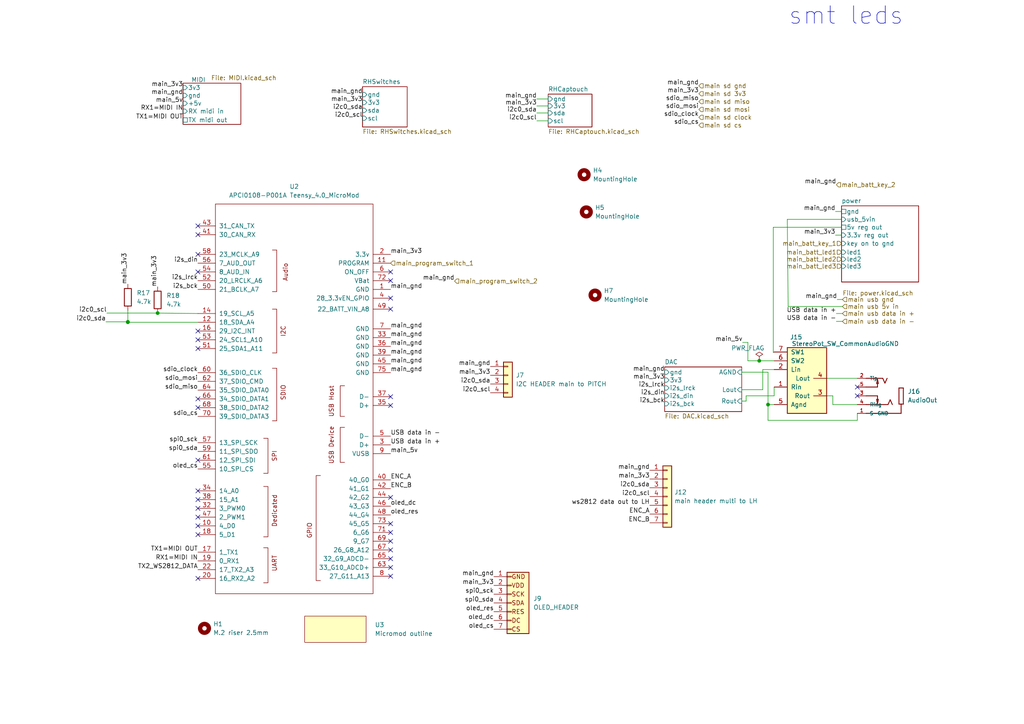
<source format=kicad_sch>
(kicad_sch (version 20211123) (generator eeschema)
  (paper "A4")
  (lib_symbols
    (symbol "Connector_Generic:Conn_01x04" (pin_names (offset 1.016) hide)
      (property "Reference" "J" (at 0 5.08 0))
      (property "Value" "Conn_01x04" (at 0 -7.62 0))
      (symbol "Conn_01x04_1_1"
        (rectangle (start -1.27 -4.953) (end 0 -5.207) (stroke (width 0.1524)))
        (rectangle (start -1.27 -2.413) (end 0 -2.667) (stroke (width 0.1524)))
        (rectangle (start -1.27 0.127) (end 0 -0.127) (stroke (width 0.1524)))
        (rectangle (start -1.27 2.667) (end 0 2.413) (stroke (width 0.1524)))
        (rectangle (start -1.27 3.81) (end 1.27 -6.35) (stroke (width 0.254)) (fill (type background)))
        (pin passive line (at -5.08 2.54 0) (length 3.81) (name "Pin_1") (number "1"))
        (pin passive line (at -5.08 0 0) (length 3.81) (name "Pin_2") (number "2"))
        (pin passive line (at -5.08 -2.54 0) (length 3.81) (name "Pin_3") (number "3"))
        (pin passive line (at -5.08 -5.08 0) (length 3.81) (name "Pin_4") (number "4"))
      )
    )
    (symbol "Connector_Generic:Conn_01x07" (pin_names (offset 1.016) hide)
      (property "Reference" "J" (at 0 10.16 0))
      (property "Value" "Conn_01x07" (at 0 -10.16 0))
      (symbol "Conn_01x07_1_1"
        (rectangle (start -1.27 -7.493) (end 0 -7.747) (stroke (width 0.1524)))
        (rectangle (start -1.27 -4.953) (end 0 -5.207) (stroke (width 0.1524)))
        (rectangle (start -1.27 -2.413) (end 0 -2.667) (stroke (width 0.1524)))
        (rectangle (start -1.27 0.127) (end 0 -0.127) (stroke (width 0.1524)))
        (rectangle (start -1.27 2.667) (end 0 2.413) (stroke (width 0.1524)))
        (rectangle (start -1.27 5.207) (end 0 4.953) (stroke (width 0.1524)))
        (rectangle (start -1.27 7.747) (end 0 7.493) (stroke (width 0.1524)))
        (rectangle (start -1.27 8.89) (end 1.27 -8.89) (stroke (width 0.254)) (fill (type background)))
        (pin passive line (at -5.08 7.62 0) (length 3.81) (name "Pin_1") (number "1"))
        (pin passive line (at -5.08 5.08 0) (length 3.81) (name "Pin_2") (number "2"))
        (pin passive line (at -5.08 2.54 0) (length 3.81) (name "Pin_3") (number "3"))
        (pin passive line (at -5.08 0 0) (length 3.81) (name "Pin_4") (number "4"))
        (pin passive line (at -5.08 -2.54 0) (length 3.81) (name "Pin_5") (number "5"))
        (pin passive line (at -5.08 -5.08 0) (length 3.81) (name "Pin_6") (number "6"))
        (pin passive line (at -5.08 -7.62 0) (length 3.81) (name "Pin_7") (number "7"))
      )
    )
    (symbol "Device:R" (pin_numbers hide) (pin_names (offset 0))
      (property "Reference" "R" (at 2.032 0 90))
      (property "Value" "R" (at 0 0 90))
      (symbol "R_0_1"
        (rectangle (start -1.016 -2.54) (end 1.016 2.54) (stroke (width 0.254)))
      )
      (symbol "R_1_1"
        (pin passive line (at 0 3.81 270) (length 1.27) (name "~") (number "1"))
        (pin passive line (at 0 -3.81 90) (length 1.27) (name "~") (number "2"))
      )
    )
    (symbol "LED:WS2812B" (pin_names (offset 0.254))
      (property "Reference" "D" (at 5.08 5.715 0))
      (property "Value" "WS2812B" (at 1.27 -5.715 0))
      (symbol "WS2812B_0_0"
        (text "RGB" (at 2.286 -4.191 0) (effects (font (size 0.762 0.762))))
      )
      (symbol "WS2812B_0_1"
        (polyline (pts (xy 1.27 -3.556) (xy 1.778 -3.556)))
        (polyline (pts (xy 1.27 -2.54) (xy 1.778 -2.54)))
        (polyline (pts (xy 4.699 -3.556) (xy 2.667 -3.556)))
        (polyline (pts (xy 2.286 -2.54) (xy 1.27 -3.556) (xy 1.27 -3.048)))
        (polyline (pts (xy 2.286 -1.524) (xy 1.27 -2.54) (xy 1.27 -2.032)))
        (polyline (pts (xy 3.683 -1.016) (xy 3.683 -3.556) (xy 3.683 -4.064)))
        (polyline (pts (xy 4.699 -1.524) (xy 2.667 -1.524) (xy 3.683 -3.556) (xy 4.699 -1.524)))
        (rectangle (start 5.08 5.08) (end -5.08 -5.08) (stroke (width 0.254)) (fill (type background)))
      )
      (symbol "WS2812B_1_1"
        (pin power_in line (at 0 7.62 270) (length 2.54) (name "VDD") (number "1"))
        (pin output line (at 7.62 0 180) (length 2.54) (name "DOUT") (number "2"))
        (pin power_in line (at 0 -7.62 90) (length 2.54) (name "VSS") (number "3"))
        (pin input line (at -7.62 0 0) (length 2.54) (name "DIN") (number "4"))
      )
    )
    (symbol "Mechanical:MountingHole" (pin_names (offset 1.016))
      (property "Reference" "H" (at 0 5.08 0))
      (property "Value" "MountingHole" (at 0 3.175 0))
      (symbol "MountingHole_0_1"
        (circle (center 0 0) (radius 1.27) (stroke (width 1.27)))
      )
    )
    (symbol "clarinoid2:Placeholder" (in_bom no)
      (property "Reference" "U" (at 0 0 0))
      (property "Value" "Placeholder" (at 0 -1.27 0))
      (symbol "Placeholder_0_1"
        (rectangle (start -8.89 2.54) (end 8.89 -5.08) (fill (type background)))
      )
    )
    (symbol "clarinoid2:SSD1306" (pin_names (offset 1.016) hide)
      (property "Reference" "J" (at 0 10.16 0))
      (property "Value" "SSD1306" (at 0 -10.16 0))
      (symbol "SSD1306_0_0"
        (text "CS" (at 0 -7.62 0) (effects (font (size 1.27 1.27)) (justify left)))
        (text "DC" (at 0 -5.08 0) (effects (font (size 1.27 1.27)) (justify left)))
        (text "GND" (at 0 7.62 0) (effects (font (size 1.27 1.27)) (justify left)))
        (text "RES" (at 0 -2.54 0) (effects (font (size 1.27 1.27)) (justify left)))
        (text "SCK" (at 0 2.54 0) (effects (font (size 1.27 1.27)) (justify left)))
        (text "SDA" (at 0 0 0) (effects (font (size 1.27 1.27)) (justify left)))
        (text "VDD" (at 0 5.08 0) (effects (font (size 1.27 1.27)) (justify left)))
      )
      (symbol "SSD1306_1_1"
        (rectangle (start -1.27 -7.493) (end 0 -7.747) (stroke (width 0.1524)))
        (rectangle (start -1.27 -4.953) (end 0 -5.207) (stroke (width 0.1524)))
        (rectangle (start -1.27 -2.413) (end 0 -2.667) (stroke (width 0.1524)))
        (rectangle (start -1.27 0.127) (end 0 -0.127) (stroke (width 0.1524)))
        (rectangle (start -1.27 2.667) (end 0 2.413) (stroke (width 0.1524)))
        (rectangle (start -1.27 5.207) (end 0 4.953) (stroke (width 0.1524)))
        (rectangle (start -1.27 7.747) (end 0 7.493) (stroke (width 0.1524)))
        (rectangle (start -1.27 8.89) (end 5.08 -8.89) (stroke (width 0.254)) (fill (type background)))
        (pin passive line (at -5.08 7.62 0) (length 3.81) (name "GND") (number "1"))
        (pin passive line (at -5.08 5.08 0) (length 3.81) (name "VDD") (number "2"))
        (pin passive line (at -5.08 2.54 0) (length 3.81) (name "SCK") (number "3"))
        (pin passive line (at -5.08 0 0) (length 3.81) (name "SDA") (number "4"))
        (pin passive line (at -5.08 -2.54 0) (length 3.81) (name "RES") (number "5"))
        (pin passive line (at -5.08 -5.08 0) (length 3.81) (name "DC") (number "6"))
        (pin passive line (at -5.08 -7.62 0) (length 3.81) (name "CS") (number "7"))
      )
    )
    (symbol "clarinoid2:StereoPot_SW_CommonAudioGND" (pin_names (offset 1.016))
      (property "Reference" "J" (at 0 10.16 0))
      (property "Value" "StereoPot_SW_CommonAudioGND" (at 2.54 -11.43 0))
      (symbol "StereoPot_SW_CommonAudioGND_1_1"
        (rectangle (start -1.27 8.89) (end 10.16 -10.16) (stroke (width 0.254)) (fill (type background)))
        (pin passive line (at -5.08 -2.54 0) (length 3.81) (name "Rin") (number "1"))
        (pin input line (at -5.08 2.54 0) (length 3.81) (name "Lin") (number "2"))
        (pin input line (at 10.16 -5.08 180) (length 3.81) (name "Rout") (number "3"))
        (pin output line (at 10.16 0 180) (length 3.81) (name "Lout") (number "4"))
        (pin output line (at -5.08 -7.62 0) (length 3.81) (name "Agnd") (number "5"))
        (pin passive line (at -5.08 5.08 0) (length 3.81) (name "SW2") (number "6"))
        (pin passive line (at -5.08 7.62 0) (length 3.81) (name "SW1") (number "7"))
      )
    )
    (symbol "clarinoid2:Switchcraft 35RAPC4BV4" (pin_names (offset 1.016))
      (property "Reference" "J" (at -5.08 7.62 0))
      (property "Value" "Switchcraft 35RAPC4BV4" (at -5.08 -7.62 0))
      (symbol "Switchcraft 35RAPC4BV4_0_0"
        (polyline (pts (xy -5.715 -2.286) (xy -5.715 2.413)) (stroke (width 0.254)))
        (polyline (pts (xy -5.715 2.413) (xy -5.08 2.413)) (stroke (width 0.254)))
        (polyline (pts (xy -5.08 2.413) (xy -4.445 2.413)) (stroke (width 0.254)))
        (polyline (pts (xy -5.08 5.08) (xy -5.08 2.413)) (stroke (width 0.254)))
        (polyline (pts (xy -4.445 -2.286) (xy -5.715 -2.286)) (stroke (width 0.254)))
        (polyline (pts (xy -4.445 2.413) (xy -4.445 -2.286)) (stroke (width 0.254)))
        (polyline (pts (xy -1.905 1.143) (xy -2.54 2.54)) (stroke (width 0.254)))
        (polyline (pts (xy -1.27 2.54) (xy -1.905 1.143)) (stroke (width 0.254)))
        (polyline (pts (xy -0.381 -3.683) (xy -1.016 -5.08)) (stroke (width 0.254)))
        (polyline (pts (xy 0.254 -5.08) (xy -0.381 -3.683)) (stroke (width 0.254)))
        (polyline (pts (xy 1.778 -2.54) (xy 1.778 -4.318)) (stroke (width 0.254)))
        (polyline (pts (xy 1.778 -2.54) (xy 5.08 -2.54)) (stroke (width 0.254)))
        (polyline (pts (xy 1.778 0) (xy 1.778 1.778)) (stroke (width 0.254)))
        (polyline (pts (xy 1.778 0) (xy 5.08 0)) (stroke (width 0.254)))
        (polyline (pts (xy 5.08 -5.08) (xy 0.254 -5.08)) (stroke (width 0.254)))
        (polyline (pts (xy 5.08 2.54) (xy -1.27 2.54)) (stroke (width 0.254)))
        (polyline (pts (xy 5.08 5.08) (xy -5.08 5.08)) (stroke (width 0.254)))
        (polyline (pts (xy 1.778 -4.826) (xy 1.524 -3.556) (xy 2.032 -3.556) (xy 1.778 -4.826)) (stroke (width 0.254)) (fill (type background)))
        (polyline (pts (xy 1.778 2.286) (xy 1.524 1.016) (xy 2.032 1.016) (xy 1.778 2.286)) (stroke (width 0.254)) (fill (type background)))
        (pin passive line (at 7.62 5.08 180) (length 2.54) (name "S-GND") (number "1"))
        (pin passive line (at 7.62 -5.08 180) (length 2.54) (name "Tip") (number "2"))
        (pin passive line (at 7.62 0 180) (length 2.54) (name "~") (number "3"))
        (pin passive line (at 7.62 2.54 180) (length 2.54) (name "Ring") (number "4"))
        (pin passive line (at 7.62 -2.54 180) (length 2.54) (name "~") (number "5"))
      )
    )
    (symbol "clarinoid2:Teensy_4.0_MicroMod" (pin_names (offset 1.016))
      (property "Reference" "U" (at 10.795 33.02 0))
      (property "Value" "Teensy_4.0_MicroMod" (at 11.43 29.21 0))
      (symbol "Teensy_4.0_MicroMod_0_0"
        (rectangle (start -22.86 37.465) (end 22.86 -75.565))
        (polyline (pts (xy -8.89 -62.23) (xy -7.62 -62.23) (xy -7.62 -72.39) (xy -8.89 -72.39)))
        (polyline (pts (xy -8.89 -44.45) (xy -7.62 -44.45) (xy -7.62 -59.055) (xy -8.89 -59.055)))
        (polyline (pts (xy -8.89 -30.48) (xy -7.62 -30.48) (xy -7.62 -40.64) (xy -8.89 -40.64)))
        (polyline (pts (xy -6.35 -10.16) (xy -5.08 -10.16) (xy -5.08 -25.4) (xy -6.35 -25.4)))
        (polyline (pts (xy -6.35 6.985) (xy -5.08 6.985) (xy -5.08 -5.715) (xy -6.35 -5.715)))
        (polyline (pts (xy -6.35 12.065) (xy -5.08 12.065) (xy -5.08 24.13) (xy -6.35 24.13)))
        (polyline (pts (xy 7.62 -41.275) (xy 6.35 -41.275) (xy 6.35 -71.755) (xy 7.62 -71.755)))
        (text "Audio" (at -2.54 17.78 900) (effects (font (size 1.27 1.27))))
        (text "Dedicated" (at -5.715 -51.435 900) (effects (font (size 1.27 1.27))))
        (text "GPIO" (at 4.445 -57.15 900) (effects (font (size 1.27 1.27))))
        (text "I2C" (at -3.175 0.635 900) (effects (font (size 1.27 1.27))))
        (text "SDIO" (at -3.175 -17.145 900) (effects (font (size 1.27 1.27))))
        (text "SPI" (at -5.715 -35.56 900) (effects (font (size 1.27 1.27))))
        (text "UART" (at -5.715 -66.675 900) (effects (font (size 1.27 1.27))))
        (text "USB Device" (at 10.795 -32.385 900) (effects (font (size 1.27 1.27))))
        (text "USB Host" (at 10.795 -19.685 900) (effects (font (size 1.27 1.27))))
        (pin input line (at 27.94 20.32 180) (length 5.08) (name "PROGRAM") (number "11"))
        (pin bidirectional line (at 27.94 -32.385 180) (length 5.08) (name "D+") (number "3"))
        (pin power_in line (at 27.94 -1.27 180) (length 5.08) (name "GND") (number "33"))
        (pin bidirectional line (at 27.94 -20.955 180) (length 5.08) (name "D+") (number "35"))
        (pin power_in line (at 27.94 -3.81 180) (length 5.08) (name "GND") (number "36"))
        (pin bidirectional line (at 27.94 -18.415 180) (length 5.08) (name "D-") (number "37"))
        (pin power_in line (at 27.94 -6.35 180) (length 5.08) (name "GND") (number "39"))
        (pin power_in line (at 27.94 -8.89 180) (length 5.08) (name "GND") (number "45"))
        (pin bidirectional line (at 27.94 -29.845 180) (length 5.08) (name "D-") (number "5"))
        (pin input line (at 27.94 17.78 180) (length 5.08) (name "ON_OFF") (number "6"))
        (pin power_in line (at 27.94 1.27 180) (length 5.08) (name "GND") (number "7"))
        (pin input line (at 27.94 15.24 180) (length 5.08) (name "VBat") (number "72"))
        (pin power_in line (at 27.94 -11.43 180) (length 5.08) (name "GND") (number "75"))
        (pin power_in line (at 27.94 -34.925 180) (length 5.08) (name "VUSB") (number "9"))
      )
      (symbol "Teensy_4.0_MicroMod_0_1"
        (polyline (pts (xy 14.605 -27.305) (xy 13.335 -27.305) (xy 13.335 -37.465) (xy 14.605 -37.465)))
        (polyline (pts (xy 14.605 -15.24) (xy 13.335 -15.24) (xy 13.335 -24.13) (xy 14.605 -24.13)))
      )
      (symbol "Teensy_4.0_MicroMod_1_1"
        (pin input line (at 27.94 12.7 180) (length 5.08) (name "GND") (number "1"))
        (pin input line (at -27.94 -55.88 0) (length 5.08) (name "4_D0") (number "10"))
        (pin input line (at -27.94 3.175 0) (length 5.08) (name "18_SDA_A4") (number "12"))
        (pin input line (at -27.94 5.715 0) (length 5.08) (name "19_SCL_A5") (number "14"))
        (pin input line (at -27.94 0.635 0) (length 5.08) (name "29_I2C_INT") (number "16"))
        (pin output line (at -27.94 -63.5 0) (length 5.08) (name "1_TX1") (number "17"))
        (pin input line (at -27.94 -58.42 0) (length 5.08) (name "5_D1") (number "18"))
        (pin input line (at -27.94 -66.04 0) (length 5.08) (name "0_RX1") (number "19"))
        (pin input line (at 27.94 22.86 180) (length 5.08) (name "3.3v") (number "2"))
        (pin input line (at -27.94 -71.12 0) (length 5.08) (name "16_RX2_A2") (number "20"))
        (pin output line (at -27.94 -68.58 0) (length 5.08) (name "17_TX2_A3") (number "22"))
        (pin input line (at -27.94 -50.8 0) (length 5.08) (name "3_PWM0") (number "32"))
        (pin input line (at -27.94 -45.72 0) (length 5.08) (name "14_A0") (number "34"))
        (pin input line (at -27.94 -48.26 0) (length 5.08) (name "15_A1") (number "38"))
        (pin input line (at 27.94 10.16 180) (length 5.08) (name "28_3.3vEN_GPIO") (number "4"))
        (pin input line (at 27.94 -42.545 180) (length 5.08) (name "40_G0") (number "40"))
        (pin input line (at -27.94 28.575 0) (length 5.08) (name "30_CAN_RX") (number "41"))
        (pin input line (at 27.94 -45.085 180) (length 5.08) (name "41_G1") (number "42"))
        (pin input line (at -27.94 31.115 0) (length 5.08) (name "31_CAN_TX") (number "43"))
        (pin input line (at 27.94 -47.625 180) (length 5.08) (name "42_G2") (number "44"))
        (pin input line (at 27.94 -50.165 180) (length 5.08) (name "43_G3") (number "46"))
        (pin input line (at -27.94 -53.34 0) (length 5.08) (name "2_PWM1") (number "47"))
        (pin input line (at 27.94 -52.705 180) (length 5.08) (name "44_G4") (number "48"))
        (pin input line (at 27.94 6.985 180) (length 5.08) (name "22_BATT_VIN_A8") (number "49"))
        (pin input line (at -27.94 12.7 0) (length 5.08) (name "21_BCLK_A7") (number "50"))
        (pin input line (at -27.94 -4.445 0) (length 5.08) (name "25_SDA1_A11") (number "51"))
        (pin input line (at -27.94 15.24 0) (length 5.08) (name "20_LRCLK_A6") (number "52"))
        (pin input line (at -27.94 -1.905 0) (length 5.08) (name "24_SCL1_A10") (number "53"))
        (pin input line (at -27.94 17.78 0) (length 5.08) (name "8_AUD_IN") (number "54"))
        (pin input line (at -27.94 -39.37 0) (length 5.08) (name "10_SPI_CS") (number "55"))
        (pin input line (at -27.94 20.32 0) (length 5.08) (name "7_AUD_OUT") (number "56"))
        (pin input line (at -27.94 -31.75 0) (length 5.08) (name "13_SPI_SCK") (number "57"))
        (pin input line (at -27.94 22.86 0) (length 5.08) (name "23_MCLK_A9") (number "58"))
        (pin input line (at -27.94 -34.29 0) (length 5.08) (name "11_SPI_SDO") (number "59"))
        (pin input line (at -27.94 -11.43 0) (length 5.08) (name "36_SDIO_CLK") (number "60"))
        (pin input line (at -27.94 -36.83 0) (length 5.08) (name "12_SPI_SDI") (number "61"))
        (pin input line (at -27.94 -13.97 0) (length 5.08) (name "37_SDIO_CMD") (number "62"))
        (pin input line (at 27.94 -67.945 180) (length 5.08) (name "33_G10_ADCD+") (number "63"))
        (pin input line (at -27.94 -16.51 0) (length 5.08) (name "35_SDIO_DATA0") (number "64"))
        (pin input line (at 27.94 -65.405 180) (length 5.08) (name "32_G9_ADCD-") (number "65"))
        (pin input line (at -27.94 -19.05 0) (length 5.08) (name "34_SDIO_DATA1") (number "66"))
        (pin input line (at 27.94 -62.865 180) (length 5.08) (name "26_G8_A12") (number "67"))
        (pin input line (at -27.94 -21.59 0) (length 5.08) (name "38_SDIO_DATA2") (number "68"))
        (pin input line (at 27.94 -60.325 180) (length 5.08) (name "9_G7") (number "69"))
        (pin input line (at -27.94 -24.13 0) (length 5.08) (name "39_SDIO_DATA3") (number "70"))
        (pin input line (at 27.94 -57.785 180) (length 5.08) (name "6_G6") (number "71"))
        (pin input line (at 27.94 -55.245 180) (length 5.08) (name "45_G5") (number "73"))
        (pin input line (at 27.94 -70.485 180) (length 5.08) (name "27_G11_A13") (number "8"))
      )
    )
    (symbol "power:PWR_FLAG" (power) (pin_numbers hide) (pin_names (offset 0) hide)
      (property "Value" "PWR_FLAG" (at 0 3.81 0))
      (symbol "PWR_FLAG_0_0"
        (pin power_out line (at 0 0 90) (length 0) (name "pwr") (number "1"))
      )
      (symbol "PWR_FLAG_0_1"
        (polyline (pts (xy 0 0) (xy 0 1.27) (xy -1.016 1.905) (xy 0 2.54) (xy 1.016 1.905) (xy 0 1.27)))
      )
    )
  )
  (junction (at 45.72 90.805))
  (junction (at 69.596 239.014))
  (junction (at 220.218 104.648))
  (junction (at 222.758 117.348))
  (junction (at 69.596 223.774))
  (junction (at 37.084 93.472))
  (junction (at 37.084 93.345))
  (no_connect (at 57.404 167.767))
  (no_connect (at 113.284 86.487))
  (no_connect (at 113.284 117.602))
  (no_connect (at 57.404 96.012))
  (no_connect (at 248.666 114.808))
  (no_connect (at 248.666 112.268))
  (no_connect (at 113.284 81.407))
  (no_connect (at 113.284 115.062))
  (no_connect (at 57.404 73.787))
  (no_connect (at 113.284 144.272))
  (no_connect (at 57.404 118.237))
  (no_connect (at 57.404 68.072))
  (no_connect (at 57.404 101.092))
  (no_connect (at 57.404 98.552))
  (no_connect (at 113.284 89.662))
  (no_connect (at 113.284 78.867))
  (no_connect (at 57.404 78.867))
  (no_connect (at 57.404 65.532))
  (no_connect (at 113.284 167.132))
  (no_connect (at 57.404 142.367))
  (no_connect (at 57.404 155.067))
  (no_connect (at 57.404 147.447))
  (no_connect (at 57.404 149.987))
  (no_connect (at 57.404 144.907))
  (no_connect (at 57.404 152.527))
  (no_connect (at 113.284 151.892))
  (no_connect (at 113.284 164.592))
  (no_connect (at 113.284 162.052))
  (no_connect (at 113.284 154.432))
  (no_connect (at 113.284 159.512))
  (no_connect (at 113.284 156.972))
  (no_connect (at 57.404 115.697))
  (no_connect (at 57.404 133.477))
  (wire (pts (xy 216.408 114.808) (xy 216.408 116.332)))
  (wire (pts (xy 239.776 109.728) (xy 248.666 109.728)))
  (wire (pts (xy 155.702 28.702) (xy 159.004 28.702)))
  (wire (pts (xy 224.536 117.348) (xy 222.758 117.348)))
  (wire (pts (xy 242.316 61.341) (xy 244.094 61.341)))
  (wire (pts (xy 224.282 102.235) (xy 224.536 102.108)))
  (wire (pts (xy 45.72 90.805) (xy 57.404 90.932)))
  (wire (pts (xy 215.138 113.03) (xy 221.234 113.03)))
  (wire (pts (xy 220.218 104.648) (xy 216.916 104.648)))
  (wire (pts (xy 242.57 93.218) (xy 244.348 93.218)))
  (wire (pts (xy 43.18 231.394) (xy 46.736 231.394)))
  (wire (pts (xy 216.916 99.314) (xy 215.392 99.314)))
  (wire (pts (xy 248.666 121.92) (xy 248.666 119.888)))
  (wire (pts (xy 37.084 93.472) (xy 37.084 93.345)))
  (wire (pts (xy 221.234 107.188) (xy 224.536 107.188)))
  (wire (pts (xy 155.702 30.734) (xy 159.004 30.734)))
  (wire (pts (xy 30.734 93.345) (xy 37.084 93.345)))
  (wire (pts (xy 220.218 104.648) (xy 224.536 104.648)))
  (wire (pts (xy 155.702 35.052) (xy 159.004 35.052)))
  (wire (pts (xy 222.758 107.95) (xy 222.758 117.348)))
  (wire (pts (xy 248.666 117.348) (xy 241.554 117.348)))
  (wire (pts (xy 224.536 112.268) (xy 224.536 114.808)))
  (wire (pts (xy 54.356 223.774) (xy 69.596 223.774)))
  (wire (pts (xy 215.138 107.95) (xy 222.758 107.95)))
  (wire (pts (xy 224.282 65.913) (xy 224.282 102.235)))
  (wire (pts (xy 69.596 223.774) (xy 84.836 223.774)))
  (wire (pts (xy 57.404 93.472) (xy 37.084 93.472)))
  (wire (pts (xy 37.084 90.043) (xy 37.084 93.345)))
  (wire (pts (xy 222.758 121.92) (xy 248.666 121.92)))
  (wire (pts (xy 216.916 104.648) (xy 216.916 99.314)))
  (wire (pts (xy 54.356 239.014) (xy 69.596 239.014)))
  (wire (pts (xy 222.758 117.348) (xy 222.758 121.92)))
  (wire (pts (xy 242.824 86.868) (xy 244.348 86.868)))
  (wire (pts (xy 69.596 239.014) (xy 84.836 239.014)))
  (wire (pts (xy 228.346 63.627) (xy 228.6 88.9)))
  (wire (pts (xy 241.554 117.348) (xy 241.554 114.808)))
  (wire (pts (xy 224.536 114.808) (xy 216.408 114.808)))
  (wire (pts (xy 216.408 116.332) (xy 215.138 116.332)))
  (wire (pts (xy 221.234 113.03) (xy 221.234 107.188)))
  (wire (pts (xy 242.316 68.199) (xy 244.094 68.199)))
  (wire (pts (xy 155.702 32.766) (xy 159.004 32.766)))
  (wire (pts (xy 241.554 114.808) (xy 239.776 114.808)))
  (wire (pts (xy 244.094 65.913) (xy 224.282 65.913)))
  (wire (pts (xy 228.6 88.9) (xy 244.348 88.9)))
  (wire (pts (xy 244.094 63.627) (xy 228.346 63.627)))
  (wire (pts (xy 30.988 90.805) (xy 45.72 90.805)))
  (wire (pts (xy 242.57 90.932) (xy 244.348 90.932)))
  (text "smt leds" (at 228.6 7.62 0) (effects (font (size 5.08 5.08)) (justify left bottom)))
  (label "i2c0_sda" (at 30.734 93.345 180))
  (label "spi0_sda" (at 57.404 130.937 180))
  (label "main_gnd" (at 113.284 108.077 0))
  (label "i2s_din" (at 192.786 114.808 180))
  (label "main_gnd" (at 53.086 27.686 180))
  (label "spi0_sck" (at 57.404 128.397 180))
  (label "main_gnd" (at 113.284 95.377 0))
  (label "RX1=MIDI IN" (at 53.086 32.258 180))
  (label "TX1=MIDI OUT" (at 53.086 34.798 180))
  (label "i2c0_sda" (at 142.24 111.379 180))
  (label "main_gnd" (at 142.24 106.299 180))
  (label "sdio_clock" (at 57.404 108.077 180))
  (label "main_gnd" (at 113.284 102.997 0))
  (label "i2c0_scl" (at 188.468 144.018 180))
  (label "oled_dc" (at 143.256 179.959 180))
  (label "sdio_cs" (at 202.692 36.322 180))
  (label "main_3v3" (at 143.256 169.799 180))
  (label "i2c0_scl" (at 155.702 35.052 180))
  (label "main_gnd" (at 202.692 24.892 180))
  (label "oled_cs" (at 143.256 182.499 180))
  (label "ws2812 data out to LH" (at 188.468 146.558 180))
  (label "i2s_bck" (at 192.786 117.094 180))
  (label "USB data in -" (at 113.284 126.492 0))
  (label "main_3v3" (at 242.316 68.199 180))
  (label "main_3v3" (at 113.284 73.787 0))
  (label "main_3v3" (at 45.72 83.185 90))
  (label "TX1=MIDI OUT" (at 57.404 160.147 180))
  (label "ENC_A" (at 188.468 149.098 180))
  (label "ENC_B" (at 113.284 141.732 0))
  (label "i2s_bck" (at 57.404 83.947 180))
  (label "main_3v3" (at 188.468 138.938 180))
  (label "USB data in +" (at 242.57 90.932 180))
  (label "main_gnd" (at 242.57 53.594 180))
  (label "main_gnd" (at 113.284 100.457 0))
  (label "main_3v3" (at 142.24 108.839 180))
  (label "oled_cs" (at 57.404 136.017 180))
  (label "i2s_lrck" (at 192.786 112.522 180))
  (label "main_5v" (at 215.392 99.314 180))
  (label "i2c0_scl" (at 30.988 90.805 180))
  (label "oled_dc" (at 113.284 146.812 0))
  (label "main_gnd" (at 143.256 167.259 180))
  (label "main_gnd" (at 131.826 81.534 180))
  (label "main_gnd" (at 192.786 107.95 180))
  (label "i2s_lrck" (at 57.404 81.407 180))
  (label "i2c0_scl" (at 142.24 113.919 180))
  (label "sdio_miso" (at 202.692 29.464 180))
  (label "i2c0_sda" (at 105.156 32.004 180))
  (label "main_gnd" (at 54.356 239.014 270))
  (label "main_3v3" (at 37.084 82.423 90))
  (label "main_gnd" (at 113.284 97.917 0))
  (label "ws2812 data out to LH" (at 92.456 231.394 0))
  (label "ENC_B" (at 188.468 151.638 180))
  (label "main_gnd" (at 242.824 86.868 180))
  (label "main_3v3" (at 192.786 110.236 180))
  (label "oled_res" (at 143.256 177.419 180))
  (label "main_gnd" (at 155.702 28.702 180))
  (label "sdio_mosi" (at 57.404 110.617 180))
  (label "main_gnd" (at 113.284 105.537 0))
  (label "USB data in -" (at 242.57 93.218 180))
  (label "main_3v3" (at 53.086 25.4 180))
  (label "oled_res" (at 113.284 149.352 0))
  (label "main_gnd" (at 242.316 61.341 180))
  (label "sdio_clock" (at 202.692 34.036 180))
  (label "main_3v3" (at 155.702 30.734 180))
  (label "main_gnd" (at 113.284 83.947 0))
  (label "i2c0_scl" (at 105.156 34.29 180))
  (label "main_3v3" (at 105.156 29.718 180))
  (label "RX1=MIDI IN" (at 57.404 162.687 180))
  (label "i2c0_sda" (at 155.702 32.766 180))
  (label "ENC_A" (at 113.284 139.192 0))
  (label "sdio_mosi" (at 202.692 31.75 180))
  (label "main_gnd" (at 105.156 27.432 180))
  (label "USB data in +" (at 113.284 129.032 0))
  (label "main_gnd" (at 188.468 136.398 180))
  (label "main_3v3" (at 202.692 27.178 180))
  (label "TX2_WS2812_DATA" (at 43.18 231.394 180))
  (label "sdio_miso" (at 57.404 113.157 180))
  (label "main_5v" (at 113.284 131.572 0))
  (label "TX2_WS2812_DATA" (at 57.404 165.227 180))
  (label "sdio_cs" (at 57.404 120.777 180))
  (label "main_3v3" (at 54.356 223.774 90))
  (label "main_5v" (at 53.086 29.972 180))
  (label "i2c0_sda" (at 188.468 141.478 180))
  (label "i2s_din" (at 57.404 76.327 180))
  (label "spi0_sda" (at 143.256 174.879 180))
  (label "spi0_sck" (at 143.256 172.339 180))
  (hierarchical_label "main usb data in +" (shape input) (at 244.348 90.932 0))
  (hierarchical_label "main_batt_key_2" (shape input) (at 242.57 53.594 0))
  (hierarchical_label "main_batt_led1" (shape input) (at 244.094 73.152 180))
  (hierarchical_label "main sd cs" (shape input) (at 202.692 36.322 0))
  (hierarchical_label "main usb data in -" (shape input) (at 244.348 93.218 0))
  (hierarchical_label "main sd mosi" (shape input) (at 202.692 31.75 0))
  (hierarchical_label "main_program_switch_2" (shape input) (at 131.826 81.534 0))
  (hierarchical_label "main_batt_key_1" (shape input) (at 244.094 70.612 180))
  (hierarchical_label "main sd miso" (shape input) (at 202.692 29.464 0))
  (hierarchical_label "main_program_switch_1" (shape input) (at 113.284 76.327 0))
  (hierarchical_label "main_batt_led2" (shape input) (at 244.094 75.184 180))
  (hierarchical_label "main usb 5v in" (shape input) (at 244.348 88.9 0))
  (hierarchical_label "main sd clock" (shape input) (at 202.692 34.036 0))
  (hierarchical_label "main sd gnd" (shape input) (at 202.692 24.892 0))
  (hierarchical_label "main sd 3v3" (shape input) (at 202.692 27.178 0))
  (hierarchical_label "main usb gnd" (shape input) (at 244.348 86.868 0))
  (hierarchical_label "main_batt_led3" (shape input) (at 244.094 77.216 180))
  (symbol (lib_id "Mechanical:MountingHole") (at 170.053 61.468 0) (unit 1) (in_bom no)
    (property "Reference" "H5" (at 172.593 60.1979 0) (effects (justify left)))
    (property "Value" "MountingHole" (at 172.593 62.7379 0) (effects (justify left)))
    (property "Footprint" "MountingHole:MountingHole_2.7mm_M2.5" (effects hide))
    (property "MANUFACTURER" "Wurth" (effects hide))
    (property "LCSC part number" "-" (effects hide))
    (property "verif" "1" (effects hide))
  )
  (symbol (lib_id "LED:WS2812B") (at 69.596 231.394 0) (unit 1)
    (property "Reference" "D7" (at 80.772 227.0633 0))
    (property "Value" "WS2812B" (at 80.772 229.6033 0))
    (property "Footprint" "LED_SMD:LED_WS2812B_PLCC4_5.0x5.0mm_P3.2mm" (effects hide))
    (property "Datasheet" "https://cdn-shop.adafruit.com/datasheets/WS2812B.pdf" (effects hide))
  )
  (symbol (lib_id "clarinoid2:Teensy_4.0_MicroMod") (at 85.344 96.647 0) (unit 1)
    (property "Reference" "U2" (at 85.344 54.102 0))
    (property "Value" "APCI0108-P001A Teensy_4.0_MicroMod" (at 85.344 56.642 0))
    (property "Footprint" "SamacSys_Parts:21992304" (effects hide))
    (property "LCSC part number" "C841659" (effects hide))
    (property "verif" "1" (effects hide))
  )
  (symbol (lib_id "clarinoid2:Switchcraft 35RAPC4BV4") (at 256.286 114.808 180) (unit 1) (in_bom no)
    (property "Reference" "J16" (at 263.271 113.5379 0) (effects (justify right)))
    (property "Value" "AudioOut" (at 263.271 116.0779 0) (effects (justify right)))
    (property "Footprint" "clarinoid2:SWITCHCRAFT_35RAPC4BV4" (effects hide))
    (property "STANDARD" "Manufacturer Recommendations" (effects hide))
    (property "PARTREV" "G" (effects hide))
    (property "MAXIMUM_PACKAGE_HIEGHT" "12.573mm" (effects hide))
    (property "MANUFACTURER" "Switchcraft Inc." (effects hide))
    (property "LCSC part number" "-" (effects hide))
    (property "verif" "1" (effects hide))
  )
  (symbol (lib_id "Device:R") (at 45.72 86.995 180) (unit 1)
    (property "Reference" "R18" (at 48.26 85.7249 0) (effects (justify right)))
    (property "Value" "4.7k" (at 48.26 88.2649 0) (effects (justify right)))
    (property "Footprint" "Resistor_SMD:R_0402_1005Metric" (effects hide))
    (property "LCSC part number" "C25900" (effects hide))
    (property "verif" "1" (effects hide))
  )
  (symbol (lib_id "clarinoid2:SSD1306") (at 148.336 174.879 0) (unit 1)
    (property "Reference" "J9" (at 154.686 173.6089 0) (effects (justify left)))
    (property "Value" "OLED_HEADER" (at 154.686 176.1489 0) (effects (justify left)))
    (property "Footprint" "Connector_PinHeader_2.54mm:PinHeader_1x07_P2.54mm_Vertical" (effects hide))
    (property "LCSC part number" "C358721" (effects hide))
    (property "verif" "1" (effects hide))
  )
  (symbol (lib_id "LED:WS2812B") (at 84.836 231.394 0) (unit 1)
    (property "Reference" "D8" (at 96.012 227.0633 0))
    (property "Value" "WS2812B" (at 96.012 229.6033 0))
    (property "Footprint" "LED_SMD:LED_WS2812B_PLCC4_5.0x5.0mm_P3.2mm" (effects hide))
    (property "Datasheet" "https://cdn-shop.adafruit.com/datasheets/WS2812B.pdf" (effects hide))
  )
  (symbol (lib_id "LED:WS2812B") (at 54.356 231.394 0) (unit 1)
    (property "Reference" "D6" (at 65.532 227.0633 0))
    (property "Value" "WS2812B" (at 65.532 229.6033 0))
    (property "Footprint" "LED_SMD:LED_WS2812B_PLCC4_5.0x5.0mm_P3.2mm" (effects hide))
    (property "Datasheet" "https://cdn-shop.adafruit.com/datasheets/WS2812B.pdf" (effects hide))
  )
  (symbol (lib_id "Mechanical:MountingHole") (at 169.418 50.673 0) (unit 1) (in_bom no)
    (property "Reference" "H4" (at 171.958 49.4029 0) (effects (justify left)))
    (property "Value" "MountingHole" (at 171.958 51.9429 0) (effects (justify left)))
    (property "Footprint" "MountingHole:MountingHole_2.7mm_M2.5" (effects hide))
    (property "MANUFACTURER" "Wurth" (effects hide))
    (property "LCSC part number" "-" (effects hide))
    (property "verif" "1" (effects hide))
  )
  (symbol (lib_id "clarinoid2:StereoPot_SW_CommonAudioGND") (at 229.616 109.728 0) (unit 1)
    (property "Reference" "J15" (at 229.108 97.79 0) (effects (justify left)))
    (property "Value" "StereoPot_SW_CommonAudioGND" (at 229.616 99.695 0) (effects (justify left)))
    (property "Footprint" "clarinoid2:Bourns_POT_PTR902-2020K-A103 Panel interconnect" (effects hide))
  )
  (symbol (lib_id "Mechanical:MountingHole") (at 59.309 182.245 0) (unit 1)
    (property "Reference" "H1" (at 61.849 180.9749 0) (effects (justify left)))
    (property "Value" "M.2 riser 2.5mm" (at 61.849 183.5149 0) (effects (justify left)))
    (property "Footprint" "clarinoid2:Sinhoo SMTSO2530CTJ" (effects hide))
    (property "LCSC part number" "C2915630" (effects hide))
    (property "verif" "1" (effects hide))
  )
  (symbol (lib_id "power:PWR_FLAG") (at 220.218 104.648 0) (unit 1)
    (property "Reference" "#FLG07" (effects hide))
    (property "Value" "PWR_FLAG" (at 216.916 100.965 0))
  )
  (symbol (lib_id "Connector_Generic:Conn_01x04") (at 147.32 108.839 0) (unit 1)
    (property "Reference" "J7" (at 149.606 108.8389 0) (effects (justify left)))
    (property "Value" "I2C HEADER main to PITCH" (at 149.606 111.3789 0) (effects (justify left)))
    (property "Footprint" "Connector_PinHeader_2.54mm:PinHeader_1x04_P2.54mm_Vertical" (effects hide))
  )
  (symbol (lib_id "Device:R") (at 37.084 86.233 180) (unit 1)
    (property "Reference" "R17" (at 39.624 84.9629 0) (effects (justify right)))
    (property "Value" "4.7k" (at 39.624 87.5029 0) (effects (justify right)))
    (property "Footprint" "Resistor_SMD:R_0402_1005Metric" (effects hide))
    (property "LCSC part number" "C25900" (effects hide))
    (property "verif" "1" (effects hide))
  )
  (symbol (lib_id "Connector_Generic:Conn_01x07") (at 193.548 144.018 0) (unit 1)
    (property "Reference" "J12" (at 195.58 142.7479 0) (effects (justify left)))
    (property "Value" "main header multi to LH" (at 195.58 145.2879 0) (effects (justify left)))
    (property "Footprint" "Connector_PinHeader_2.54mm:PinHeader_1x07_P2.54mm_Vertical" (effects hide))
  )
  (symbol (lib_id "clarinoid2:Placeholder") (at 97.282 181.229 0) (unit 1) (in_bom no)
    (property "Reference" "U3" (at 108.712 181.2289 0) (effects (justify left)))
    (property "Value" "Micromod outline" (at 108.712 183.7689 0) (effects (justify left)))
    (property "Footprint" "clarinoid2:Teensy_4.0_MicroMod outline fab" (effects hide))
    (property "LCSC part number" "-" (effects hide))
    (property "verif" "1" (effects hide))
  )
  (symbol (lib_id "Mechanical:MountingHole") (at 172.593 85.598 0) (unit 1) (in_bom no)
    (property "Reference" "H7" (at 175.133 84.3279 0) (effects (justify left)))
    (property "Value" "MountingHole" (at 175.133 86.8679 0) (effects (justify left)))
    (property "Footprint" "MountingHole:MountingHole_2.7mm_M2.5" (effects hide))
    (property "MANUFACTURER" "Wurth" (effects hide))
    (property "LCSC part number" "-" (effects hide))
    (property "verif" "1" (effects hide))
  )
  (sheet (at 105.156 25.146) (size 12.954 11.684) (stroke (width 0.1524))
    (property "Sheet name" "RHSwitches" (at 105.156 24.4344 0) (effects (justify left bottom)))
    (property "Sheet file" "RHSwitches.kicad_sch" (at 105.156 37.4146 0) (effects (justify left top)))
    (pin "gnd" input (at 105.156 27.432 180))
    (pin "3v3" input (at 105.156 29.718 180))
    (pin "sda" input (at 105.156 32.004 180))
    (pin "scl" input (at 105.156 34.29 180))
  )
  (sheet (at 244.094 59.69) (size 22.352 22.098) (stroke (width 0.1524))
    (property "Sheet name" "power" (at 244.094 58.9784 0) (effects (justify left bottom)))
    (property "Sheet file" "power.kicad_sch" (at 244.348 84.2776 0) (effects (justify left top)))
    (pin "gnd" passive (at 244.094 61.341 180))
    (pin "5v reg out" passive (at 244.094 65.913 180))
    (pin "usb_5vin" input (at 244.094 63.627 180))
    (pin "3.3v reg out" input (at 244.094 68.199 180))
    (pin "key on to gnd" input (at 244.094 70.612 180))
    (pin "led1" input (at 244.094 73.152 180))
    (pin "led2" input (at 244.094 75.184 180))
    (pin "led3" input (at 244.094 77.216 180))
  )
  (sheet (at 192.786 106.426) (size 22.352 12.954) (stroke (width 0.1524))
    (property "Sheet name" "DAC" (at 192.786 105.7144 0) (effects (justify left bottom)))
    (property "Sheet file" "DAC.kicad_sch" (at 192.786 119.9646 0) (effects (justify left top)))
    (pin "gnd" input (at 192.786 107.95 180))
    (pin "i2s_lrck" input (at 192.786 112.522 180))
    (pin "i2s_din" input (at 192.786 114.808 180))
    (pin "i2s_bck" input (at 192.786 117.094 180))
    (pin "3v3" input (at 192.786 110.236 180))
    (pin "AGND" input (at 215.138 107.95 0))
    (pin "Rout" input (at 215.138 116.332 0))
    (pin "Lout" input (at 215.138 113.03 0))
  )
  (sheet (at 53.086 24.13) (size 16.764 11.938) (stroke (width 0.1524))
    (property "Sheet name" "MIDI" (at 55.499 23.876 0) (effects (justify left bottom)))
    (property "Sheet file" "MIDI.kicad_sch" (at 61.214 21.844 0) (effects (justify left top)))
    (pin "3v3" input (at 53.086 25.4 180))
    (pin "TX midi out" passive (at 53.086 34.798 180))
    (pin "gnd" input (at 53.086 27.686 180))
    (pin "RX midi in" input (at 53.086 32.258 180))
    (pin "+5v" input (at 53.086 29.972 180))
  )
  (sheet (at 159.004 27.305) (size 12.7 9.525) (stroke (width 0.1524))
    (property "Sheet name" "RHCaptouch" (at 159.004 26.5934 0) (effects (justify left bottom)))
    (property "Sheet file" "RHCaptouch.kicad_sch" (at 159.004 37.4146 0) (effects (justify left top)))
    (pin "gnd" input (at 159.004 28.702 180))
    (pin "sda" input (at 159.004 32.766 180))
    (pin "3v3" input (at 159.004 30.734 180))
    (pin "scl" input (at 159.004 35.052 180))
  )
)
</source>
